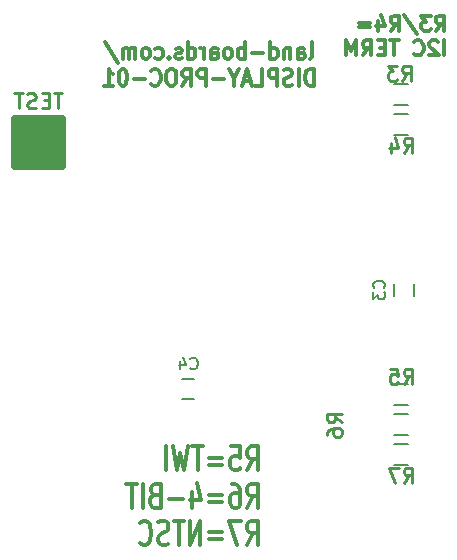
<source format=gbo>
G04 #@! TF.FileFunction,Legend,Bot*
%FSLAX46Y46*%
G04 Gerber Fmt 4.6, Leading zero omitted, Abs format (unit mm)*
G04 Created by KiCad (PCBNEW (after 2015-mar-04 BZR unknown)-product) date 11/9/2016 1:13:21 PM*
%MOMM*%
G01*
G04 APERTURE LIST*
%ADD10C,0.150000*%
%ADD11C,0.304800*%
%ADD12C,0.650000*%
%ADD13C,0.254000*%
G04 APERTURE END LIST*
D10*
D11*
X192646905Y-82464124D02*
X193070238Y-81859362D01*
X193372619Y-82464124D02*
X193372619Y-81194124D01*
X192888810Y-81194124D01*
X192767857Y-81254600D01*
X192707381Y-81315076D01*
X192646905Y-81436029D01*
X192646905Y-81617457D01*
X192707381Y-81738410D01*
X192767857Y-81798886D01*
X192888810Y-81859362D01*
X193372619Y-81859362D01*
X192223571Y-81194124D02*
X191437381Y-81194124D01*
X191860714Y-81677933D01*
X191679286Y-81677933D01*
X191558333Y-81738410D01*
X191497857Y-81798886D01*
X191437381Y-81919838D01*
X191437381Y-82222219D01*
X191497857Y-82343171D01*
X191558333Y-82403648D01*
X191679286Y-82464124D01*
X192042143Y-82464124D01*
X192163095Y-82403648D01*
X192223571Y-82343171D01*
X189985952Y-81133648D02*
X191074524Y-82766505D01*
X188836905Y-82464124D02*
X189260238Y-81859362D01*
X189562619Y-82464124D02*
X189562619Y-81194124D01*
X189078810Y-81194124D01*
X188957857Y-81254600D01*
X188897381Y-81315076D01*
X188836905Y-81436029D01*
X188836905Y-81617457D01*
X188897381Y-81738410D01*
X188957857Y-81798886D01*
X189078810Y-81859362D01*
X189562619Y-81859362D01*
X187748333Y-81617457D02*
X187748333Y-82464124D01*
X188050714Y-81133648D02*
X188353095Y-82040790D01*
X187566905Y-82040790D01*
X187083095Y-81798886D02*
X186115476Y-81798886D01*
X186115476Y-82161743D02*
X187083095Y-82161743D01*
X193372619Y-84546924D02*
X193372619Y-83276924D01*
X192828333Y-83397876D02*
X192767857Y-83337400D01*
X192646905Y-83276924D01*
X192344524Y-83276924D01*
X192223571Y-83337400D01*
X192163095Y-83397876D01*
X192102619Y-83518829D01*
X192102619Y-83639781D01*
X192163095Y-83821210D01*
X192888809Y-84546924D01*
X192102619Y-84546924D01*
X190832619Y-84425971D02*
X190893095Y-84486448D01*
X191074524Y-84546924D01*
X191195476Y-84546924D01*
X191376904Y-84486448D01*
X191497857Y-84365495D01*
X191558333Y-84244543D01*
X191618809Y-84002638D01*
X191618809Y-83821210D01*
X191558333Y-83579305D01*
X191497857Y-83458352D01*
X191376904Y-83337400D01*
X191195476Y-83276924D01*
X191074524Y-83276924D01*
X190893095Y-83337400D01*
X190832619Y-83397876D01*
X189502143Y-83276924D02*
X188776428Y-83276924D01*
X189139285Y-84546924D02*
X189139285Y-83276924D01*
X188353095Y-83881686D02*
X187929762Y-83881686D01*
X187748333Y-84546924D02*
X188353095Y-84546924D01*
X188353095Y-83276924D01*
X187748333Y-83276924D01*
X186478333Y-84546924D02*
X186901666Y-83942162D01*
X187204047Y-84546924D02*
X187204047Y-83276924D01*
X186720238Y-83276924D01*
X186599285Y-83337400D01*
X186538809Y-83397876D01*
X186478333Y-83518829D01*
X186478333Y-83700257D01*
X186538809Y-83821210D01*
X186599285Y-83881686D01*
X186720238Y-83942162D01*
X187204047Y-83942162D01*
X185934047Y-84546924D02*
X185934047Y-83276924D01*
X185510714Y-84184067D01*
X185087380Y-83276924D01*
X185087380Y-84546924D01*
X176693286Y-119689638D02*
X177201286Y-118722019D01*
X177564143Y-119689638D02*
X177564143Y-117657638D01*
X176983571Y-117657638D01*
X176838429Y-117754400D01*
X176765857Y-117851162D01*
X176693286Y-118044686D01*
X176693286Y-118334971D01*
X176765857Y-118528495D01*
X176838429Y-118625257D01*
X176983571Y-118722019D01*
X177564143Y-118722019D01*
X175314429Y-117657638D02*
X176040143Y-117657638D01*
X176112714Y-118625257D01*
X176040143Y-118528495D01*
X175895000Y-118431733D01*
X175532143Y-118431733D01*
X175387000Y-118528495D01*
X175314429Y-118625257D01*
X175241857Y-118818781D01*
X175241857Y-119302590D01*
X175314429Y-119496114D01*
X175387000Y-119592876D01*
X175532143Y-119689638D01*
X175895000Y-119689638D01*
X176040143Y-119592876D01*
X176112714Y-119496114D01*
X174588714Y-118625257D02*
X173427571Y-118625257D01*
X173427571Y-119205829D02*
X174588714Y-119205829D01*
X172919571Y-117657638D02*
X172048714Y-117657638D01*
X172484143Y-119689638D02*
X172484143Y-117657638D01*
X171685857Y-117657638D02*
X171323000Y-119689638D01*
X171032714Y-118238210D01*
X170742428Y-119689638D01*
X170379571Y-117657638D01*
X169799000Y-119689638D02*
X169799000Y-117657638D01*
X176693286Y-122839238D02*
X177201286Y-121871619D01*
X177564143Y-122839238D02*
X177564143Y-120807238D01*
X176983571Y-120807238D01*
X176838429Y-120904000D01*
X176765857Y-121000762D01*
X176693286Y-121194286D01*
X176693286Y-121484571D01*
X176765857Y-121678095D01*
X176838429Y-121774857D01*
X176983571Y-121871619D01*
X177564143Y-121871619D01*
X175387000Y-120807238D02*
X175677286Y-120807238D01*
X175822429Y-120904000D01*
X175895000Y-121000762D01*
X176040143Y-121291048D01*
X176112714Y-121678095D01*
X176112714Y-122452190D01*
X176040143Y-122645714D01*
X175967571Y-122742476D01*
X175822429Y-122839238D01*
X175532143Y-122839238D01*
X175387000Y-122742476D01*
X175314429Y-122645714D01*
X175241857Y-122452190D01*
X175241857Y-121968381D01*
X175314429Y-121774857D01*
X175387000Y-121678095D01*
X175532143Y-121581333D01*
X175822429Y-121581333D01*
X175967571Y-121678095D01*
X176040143Y-121774857D01*
X176112714Y-121968381D01*
X174588714Y-121774857D02*
X173427571Y-121774857D01*
X173427571Y-122355429D02*
X174588714Y-122355429D01*
X172048714Y-121484571D02*
X172048714Y-122839238D01*
X172411571Y-120710476D02*
X172774428Y-122161905D01*
X171831000Y-122161905D01*
X171250428Y-122065143D02*
X170089285Y-122065143D01*
X168855571Y-121774857D02*
X168637857Y-121871619D01*
X168565285Y-121968381D01*
X168492714Y-122161905D01*
X168492714Y-122452190D01*
X168565285Y-122645714D01*
X168637857Y-122742476D01*
X168782999Y-122839238D01*
X169363571Y-122839238D01*
X169363571Y-120807238D01*
X168855571Y-120807238D01*
X168710428Y-120904000D01*
X168637857Y-121000762D01*
X168565285Y-121194286D01*
X168565285Y-121387810D01*
X168637857Y-121581333D01*
X168710428Y-121678095D01*
X168855571Y-121774857D01*
X169363571Y-121774857D01*
X167839571Y-122839238D02*
X167839571Y-120807238D01*
X167331571Y-120807238D02*
X166460714Y-120807238D01*
X166896143Y-122839238D02*
X166896143Y-120807238D01*
X176693286Y-125988838D02*
X177201286Y-125021219D01*
X177564143Y-125988838D02*
X177564143Y-123956838D01*
X176983571Y-123956838D01*
X176838429Y-124053600D01*
X176765857Y-124150362D01*
X176693286Y-124343886D01*
X176693286Y-124634171D01*
X176765857Y-124827695D01*
X176838429Y-124924457D01*
X176983571Y-125021219D01*
X177564143Y-125021219D01*
X176185286Y-123956838D02*
X175169286Y-123956838D01*
X175822429Y-125988838D01*
X174588714Y-124924457D02*
X173427571Y-124924457D01*
X173427571Y-125505029D02*
X174588714Y-125505029D01*
X172701857Y-125988838D02*
X172701857Y-123956838D01*
X171831000Y-125988838D01*
X171831000Y-123956838D01*
X171323000Y-123956838D02*
X170452143Y-123956838D01*
X170887572Y-125988838D02*
X170887572Y-123956838D01*
X170016714Y-125892076D02*
X169799000Y-125988838D01*
X169436143Y-125988838D01*
X169291000Y-125892076D01*
X169218429Y-125795314D01*
X169145857Y-125601790D01*
X169145857Y-125408267D01*
X169218429Y-125214743D01*
X169291000Y-125117981D01*
X169436143Y-125021219D01*
X169726429Y-124924457D01*
X169871571Y-124827695D01*
X169944143Y-124730933D01*
X170016714Y-124537410D01*
X170016714Y-124343886D01*
X169944143Y-124150362D01*
X169871571Y-124053600D01*
X169726429Y-123956838D01*
X169363571Y-123956838D01*
X169145857Y-124053600D01*
X167621857Y-125795314D02*
X167694428Y-125892076D01*
X167912142Y-125988838D01*
X168057285Y-125988838D01*
X168275000Y-125892076D01*
X168420142Y-125698552D01*
X168492714Y-125505029D01*
X168565285Y-125117981D01*
X168565285Y-124827695D01*
X168492714Y-124440648D01*
X168420142Y-124247124D01*
X168275000Y-124053600D01*
X168057285Y-123956838D01*
X167912142Y-123956838D01*
X167694428Y-124053600D01*
X167621857Y-124150362D01*
X181978905Y-84845676D02*
X182099858Y-84779152D01*
X182160334Y-84646105D01*
X182160334Y-83448676D01*
X180950810Y-84845676D02*
X180950810Y-84113914D01*
X181011287Y-83980867D01*
X181132239Y-83914343D01*
X181374144Y-83914343D01*
X181495096Y-83980867D01*
X180950810Y-84779152D02*
X181071763Y-84845676D01*
X181374144Y-84845676D01*
X181495096Y-84779152D01*
X181555572Y-84646105D01*
X181555572Y-84513057D01*
X181495096Y-84380010D01*
X181374144Y-84313486D01*
X181071763Y-84313486D01*
X180950810Y-84246962D01*
X180346048Y-83914343D02*
X180346048Y-84845676D01*
X180346048Y-84047390D02*
X180285572Y-83980867D01*
X180164619Y-83914343D01*
X179983191Y-83914343D01*
X179862239Y-83980867D01*
X179801762Y-84113914D01*
X179801762Y-84845676D01*
X178652714Y-84845676D02*
X178652714Y-83448676D01*
X178652714Y-84779152D02*
X178773667Y-84845676D01*
X179015571Y-84845676D01*
X179136524Y-84779152D01*
X179197000Y-84712629D01*
X179257476Y-84579581D01*
X179257476Y-84180438D01*
X179197000Y-84047390D01*
X179136524Y-83980867D01*
X179015571Y-83914343D01*
X178773667Y-83914343D01*
X178652714Y-83980867D01*
X178047952Y-84313486D02*
X177080333Y-84313486D01*
X176475571Y-84845676D02*
X176475571Y-83448676D01*
X176475571Y-83980867D02*
X176354619Y-83914343D01*
X176112714Y-83914343D01*
X175991762Y-83980867D01*
X175931285Y-84047390D01*
X175870809Y-84180438D01*
X175870809Y-84579581D01*
X175931285Y-84712629D01*
X175991762Y-84779152D01*
X176112714Y-84845676D01*
X176354619Y-84845676D01*
X176475571Y-84779152D01*
X175145094Y-84845676D02*
X175266047Y-84779152D01*
X175326523Y-84712629D01*
X175386999Y-84579581D01*
X175386999Y-84180438D01*
X175326523Y-84047390D01*
X175266047Y-83980867D01*
X175145094Y-83914343D01*
X174963666Y-83914343D01*
X174842714Y-83980867D01*
X174782237Y-84047390D01*
X174721761Y-84180438D01*
X174721761Y-84579581D01*
X174782237Y-84712629D01*
X174842714Y-84779152D01*
X174963666Y-84845676D01*
X175145094Y-84845676D01*
X173633189Y-84845676D02*
X173633189Y-84113914D01*
X173693666Y-83980867D01*
X173814618Y-83914343D01*
X174056523Y-83914343D01*
X174177475Y-83980867D01*
X173633189Y-84779152D02*
X173754142Y-84845676D01*
X174056523Y-84845676D01*
X174177475Y-84779152D01*
X174237951Y-84646105D01*
X174237951Y-84513057D01*
X174177475Y-84380010D01*
X174056523Y-84313486D01*
X173754142Y-84313486D01*
X173633189Y-84246962D01*
X173028427Y-84845676D02*
X173028427Y-83914343D01*
X173028427Y-84180438D02*
X172967951Y-84047390D01*
X172907475Y-83980867D01*
X172786522Y-83914343D01*
X172665570Y-83914343D01*
X171697951Y-84845676D02*
X171697951Y-83448676D01*
X171697951Y-84779152D02*
X171818904Y-84845676D01*
X172060808Y-84845676D01*
X172181761Y-84779152D01*
X172242237Y-84712629D01*
X172302713Y-84579581D01*
X172302713Y-84180438D01*
X172242237Y-84047390D01*
X172181761Y-83980867D01*
X172060808Y-83914343D01*
X171818904Y-83914343D01*
X171697951Y-83980867D01*
X171153665Y-84779152D02*
X171032713Y-84845676D01*
X170790808Y-84845676D01*
X170669856Y-84779152D01*
X170609380Y-84646105D01*
X170609380Y-84579581D01*
X170669856Y-84446533D01*
X170790808Y-84380010D01*
X170972237Y-84380010D01*
X171093189Y-84313486D01*
X171153665Y-84180438D01*
X171153665Y-84113914D01*
X171093189Y-83980867D01*
X170972237Y-83914343D01*
X170790808Y-83914343D01*
X170669856Y-83980867D01*
X170065094Y-84712629D02*
X170004618Y-84779152D01*
X170065094Y-84845676D01*
X170125570Y-84779152D01*
X170065094Y-84712629D01*
X170065094Y-84845676D01*
X168916046Y-84779152D02*
X169036999Y-84845676D01*
X169278903Y-84845676D01*
X169399856Y-84779152D01*
X169460332Y-84712629D01*
X169520808Y-84579581D01*
X169520808Y-84180438D01*
X169460332Y-84047390D01*
X169399856Y-83980867D01*
X169278903Y-83914343D01*
X169036999Y-83914343D01*
X168916046Y-83980867D01*
X168190332Y-84845676D02*
X168311285Y-84779152D01*
X168371761Y-84712629D01*
X168432237Y-84579581D01*
X168432237Y-84180438D01*
X168371761Y-84047390D01*
X168311285Y-83980867D01*
X168190332Y-83914343D01*
X168008904Y-83914343D01*
X167887952Y-83980867D01*
X167827475Y-84047390D01*
X167766999Y-84180438D01*
X167766999Y-84579581D01*
X167827475Y-84712629D01*
X167887952Y-84779152D01*
X168008904Y-84845676D01*
X168190332Y-84845676D01*
X167222713Y-84845676D02*
X167222713Y-83914343D01*
X167222713Y-84047390D02*
X167162237Y-83980867D01*
X167041284Y-83914343D01*
X166859856Y-83914343D01*
X166738904Y-83980867D01*
X166678427Y-84113914D01*
X166678427Y-84845676D01*
X166678427Y-84113914D02*
X166617951Y-83980867D01*
X166496999Y-83914343D01*
X166315570Y-83914343D01*
X166194618Y-83980867D01*
X166134142Y-84113914D01*
X166134142Y-84845676D01*
X164622237Y-83382152D02*
X165710809Y-85178295D01*
X182311523Y-87106276D02*
X182311523Y-85709276D01*
X182009142Y-85709276D01*
X181827714Y-85775800D01*
X181706761Y-85908848D01*
X181646285Y-86041895D01*
X181585809Y-86307990D01*
X181585809Y-86507562D01*
X181646285Y-86773657D01*
X181706761Y-86906705D01*
X181827714Y-87039752D01*
X182009142Y-87106276D01*
X182311523Y-87106276D01*
X181041523Y-87106276D02*
X181041523Y-85709276D01*
X180497237Y-87039752D02*
X180315809Y-87106276D01*
X180013428Y-87106276D01*
X179892475Y-87039752D01*
X179831999Y-86973229D01*
X179771523Y-86840181D01*
X179771523Y-86707133D01*
X179831999Y-86574086D01*
X179892475Y-86507562D01*
X180013428Y-86441038D01*
X180255332Y-86374514D01*
X180376285Y-86307990D01*
X180436761Y-86241467D01*
X180497237Y-86108419D01*
X180497237Y-85975371D01*
X180436761Y-85842324D01*
X180376285Y-85775800D01*
X180255332Y-85709276D01*
X179952952Y-85709276D01*
X179771523Y-85775800D01*
X179227237Y-87106276D02*
X179227237Y-85709276D01*
X178743428Y-85709276D01*
X178622475Y-85775800D01*
X178561999Y-85842324D01*
X178501523Y-85975371D01*
X178501523Y-86174943D01*
X178561999Y-86307990D01*
X178622475Y-86374514D01*
X178743428Y-86441038D01*
X179227237Y-86441038D01*
X177352475Y-87106276D02*
X177957237Y-87106276D01*
X177957237Y-85709276D01*
X176989618Y-86707133D02*
X176384856Y-86707133D01*
X177110571Y-87106276D02*
X176687237Y-85709276D01*
X176263904Y-87106276D01*
X175598666Y-86441038D02*
X175598666Y-87106276D01*
X176022000Y-85709276D02*
X175598666Y-86441038D01*
X175175333Y-85709276D01*
X174752000Y-86574086D02*
X173784381Y-86574086D01*
X173179619Y-87106276D02*
X173179619Y-85709276D01*
X172695810Y-85709276D01*
X172574857Y-85775800D01*
X172514381Y-85842324D01*
X172453905Y-85975371D01*
X172453905Y-86174943D01*
X172514381Y-86307990D01*
X172574857Y-86374514D01*
X172695810Y-86441038D01*
X173179619Y-86441038D01*
X171183905Y-87106276D02*
X171607238Y-86441038D01*
X171909619Y-87106276D02*
X171909619Y-85709276D01*
X171425810Y-85709276D01*
X171304857Y-85775800D01*
X171244381Y-85842324D01*
X171183905Y-85975371D01*
X171183905Y-86174943D01*
X171244381Y-86307990D01*
X171304857Y-86374514D01*
X171425810Y-86441038D01*
X171909619Y-86441038D01*
X170397714Y-85709276D02*
X170155810Y-85709276D01*
X170034857Y-85775800D01*
X169913905Y-85908848D01*
X169853429Y-86174943D01*
X169853429Y-86640610D01*
X169913905Y-86906705D01*
X170034857Y-87039752D01*
X170155810Y-87106276D01*
X170397714Y-87106276D01*
X170518667Y-87039752D01*
X170639619Y-86906705D01*
X170700095Y-86640610D01*
X170700095Y-86174943D01*
X170639619Y-85908848D01*
X170518667Y-85775800D01*
X170397714Y-85709276D01*
X168583429Y-86973229D02*
X168643905Y-87039752D01*
X168825334Y-87106276D01*
X168946286Y-87106276D01*
X169127714Y-87039752D01*
X169248667Y-86906705D01*
X169309143Y-86773657D01*
X169369619Y-86507562D01*
X169369619Y-86307990D01*
X169309143Y-86041895D01*
X169248667Y-85908848D01*
X169127714Y-85775800D01*
X168946286Y-85709276D01*
X168825334Y-85709276D01*
X168643905Y-85775800D01*
X168583429Y-85842324D01*
X168039143Y-86574086D02*
X167071524Y-86574086D01*
X166224857Y-85709276D02*
X166103905Y-85709276D01*
X165982953Y-85775800D01*
X165922476Y-85842324D01*
X165862000Y-85975371D01*
X165801524Y-86241467D01*
X165801524Y-86574086D01*
X165862000Y-86840181D01*
X165922476Y-86973229D01*
X165982953Y-87039752D01*
X166103905Y-87106276D01*
X166224857Y-87106276D01*
X166345810Y-87039752D01*
X166406286Y-86973229D01*
X166466762Y-86840181D01*
X166527238Y-86574086D01*
X166527238Y-86241467D01*
X166466762Y-85975371D01*
X166406286Y-85842324D01*
X166345810Y-85775800D01*
X166224857Y-85709276D01*
X164592000Y-87106276D02*
X165317714Y-87106276D01*
X164954857Y-87106276D02*
X164954857Y-85709276D01*
X165075809Y-85908848D01*
X165196762Y-86041895D01*
X165317714Y-86108419D01*
D10*
X190338000Y-112409000D02*
X189138000Y-112409000D01*
X189138000Y-114159000D02*
X190338000Y-114159000D01*
X190338000Y-114949000D02*
X189138000Y-114949000D01*
X189138000Y-116699000D02*
X190338000Y-116699000D01*
X190338000Y-117489000D02*
X189138000Y-117489000D01*
X189138000Y-119239000D02*
X190338000Y-119239000D01*
D12*
X157004000Y-89948000D02*
X161004000Y-89948000D01*
X161004000Y-89948000D02*
X161004000Y-93948000D01*
X161004000Y-93948000D02*
X157004000Y-93948000D01*
X157004000Y-93948000D02*
X157004000Y-89948000D01*
X157004000Y-89948000D02*
X157004000Y-90448000D01*
X157004000Y-90448000D02*
X161004000Y-90448000D01*
X161004000Y-90448000D02*
X161004000Y-90948000D01*
X161004000Y-90948000D02*
X157004000Y-90948000D01*
X157004000Y-90948000D02*
X157004000Y-91448000D01*
X157004000Y-91448000D02*
X161004000Y-91448000D01*
X161004000Y-91448000D02*
X161004000Y-91948000D01*
X161004000Y-91948000D02*
X157004000Y-91948000D01*
X157004000Y-91948000D02*
X157004000Y-92448000D01*
X157004000Y-92448000D02*
X160504000Y-92448000D01*
X160504000Y-92448000D02*
X161004000Y-92448000D01*
X161004000Y-92448000D02*
X161004000Y-92948000D01*
X161004000Y-92948000D02*
X157004000Y-92948000D01*
X157004000Y-92948000D02*
X157004000Y-93448000D01*
X157004000Y-93448000D02*
X161004000Y-93448000D01*
D10*
X189138000Y-91299000D02*
X190338000Y-91299000D01*
X190338000Y-89549000D02*
X189138000Y-89549000D01*
X190338000Y-87009000D02*
X189138000Y-87009000D01*
X189138000Y-88759000D02*
X190338000Y-88759000D01*
X189142000Y-104894000D02*
X189142000Y-103894000D01*
X190842000Y-103894000D02*
X190842000Y-104894000D01*
X171204000Y-111926000D02*
X172204000Y-111926000D01*
X172204000Y-113626000D02*
X171204000Y-113626000D01*
D13*
X189949667Y-112334524D02*
X190373000Y-111729762D01*
X190675381Y-112334524D02*
X190675381Y-111064524D01*
X190191572Y-111064524D01*
X190070619Y-111125000D01*
X190010143Y-111185476D01*
X189949667Y-111306429D01*
X189949667Y-111487857D01*
X190010143Y-111608810D01*
X190070619Y-111669286D01*
X190191572Y-111729762D01*
X190675381Y-111729762D01*
X188800619Y-111064524D02*
X189405381Y-111064524D01*
X189465857Y-111669286D01*
X189405381Y-111608810D01*
X189284429Y-111548333D01*
X188982048Y-111548333D01*
X188861095Y-111608810D01*
X188800619Y-111669286D01*
X188740143Y-111790238D01*
X188740143Y-112092619D01*
X188800619Y-112213571D01*
X188861095Y-112274048D01*
X188982048Y-112334524D01*
X189284429Y-112334524D01*
X189405381Y-112274048D01*
X189465857Y-112213571D01*
X184724524Y-115612333D02*
X184119762Y-115189000D01*
X184724524Y-114886619D02*
X183454524Y-114886619D01*
X183454524Y-115370428D01*
X183515000Y-115491381D01*
X183575476Y-115551857D01*
X183696429Y-115612333D01*
X183877857Y-115612333D01*
X183998810Y-115551857D01*
X184059286Y-115491381D01*
X184119762Y-115370428D01*
X184119762Y-114886619D01*
X183454524Y-116700905D02*
X183454524Y-116459000D01*
X183515000Y-116338048D01*
X183575476Y-116277571D01*
X183756905Y-116156619D01*
X183998810Y-116096143D01*
X184482619Y-116096143D01*
X184603571Y-116156619D01*
X184664048Y-116217095D01*
X184724524Y-116338048D01*
X184724524Y-116579952D01*
X184664048Y-116700905D01*
X184603571Y-116761381D01*
X184482619Y-116821857D01*
X184180238Y-116821857D01*
X184059286Y-116761381D01*
X183998810Y-116700905D01*
X183938333Y-116579952D01*
X183938333Y-116338048D01*
X183998810Y-116217095D01*
X184059286Y-116156619D01*
X184180238Y-116096143D01*
X189949667Y-120716524D02*
X190373000Y-120111762D01*
X190675381Y-120716524D02*
X190675381Y-119446524D01*
X190191572Y-119446524D01*
X190070619Y-119507000D01*
X190010143Y-119567476D01*
X189949667Y-119688429D01*
X189949667Y-119869857D01*
X190010143Y-119990810D01*
X190070619Y-120051286D01*
X190191572Y-120111762D01*
X190675381Y-120111762D01*
X189526333Y-119446524D02*
X188679667Y-119446524D01*
X189223952Y-120716524D01*
X161029953Y-87752524D02*
X160304238Y-87752524D01*
X160667095Y-89022524D02*
X160667095Y-87752524D01*
X159880905Y-88357286D02*
X159457572Y-88357286D01*
X159276143Y-89022524D02*
X159880905Y-89022524D01*
X159880905Y-87752524D01*
X159276143Y-87752524D01*
X158792333Y-88962048D02*
X158610905Y-89022524D01*
X158308524Y-89022524D01*
X158187571Y-88962048D01*
X158127095Y-88901571D01*
X158066619Y-88780619D01*
X158066619Y-88659667D01*
X158127095Y-88538714D01*
X158187571Y-88478238D01*
X158308524Y-88417762D01*
X158550428Y-88357286D01*
X158671381Y-88296810D01*
X158731857Y-88236333D01*
X158792333Y-88115381D01*
X158792333Y-87994429D01*
X158731857Y-87873476D01*
X158671381Y-87813000D01*
X158550428Y-87752524D01*
X158248048Y-87752524D01*
X158066619Y-87813000D01*
X157703762Y-87752524D02*
X156978047Y-87752524D01*
X157340904Y-89022524D02*
X157340904Y-87752524D01*
X189949667Y-92776524D02*
X190373000Y-92171762D01*
X190675381Y-92776524D02*
X190675381Y-91506524D01*
X190191572Y-91506524D01*
X190070619Y-91567000D01*
X190010143Y-91627476D01*
X189949667Y-91748429D01*
X189949667Y-91929857D01*
X190010143Y-92050810D01*
X190070619Y-92111286D01*
X190191572Y-92171762D01*
X190675381Y-92171762D01*
X188861095Y-91929857D02*
X188861095Y-92776524D01*
X189163476Y-91446048D02*
X189465857Y-92353190D01*
X188679667Y-92353190D01*
X189822667Y-86680524D02*
X190246000Y-86075762D01*
X190548381Y-86680524D02*
X190548381Y-85410524D01*
X190064572Y-85410524D01*
X189943619Y-85471000D01*
X189883143Y-85531476D01*
X189822667Y-85652429D01*
X189822667Y-85833857D01*
X189883143Y-85954810D01*
X189943619Y-86015286D01*
X190064572Y-86075762D01*
X190548381Y-86075762D01*
X189399333Y-85410524D02*
X188613143Y-85410524D01*
X189036476Y-85894333D01*
X188855048Y-85894333D01*
X188734095Y-85954810D01*
X188673619Y-86015286D01*
X188613143Y-86136238D01*
X188613143Y-86438619D01*
X188673619Y-86559571D01*
X188734095Y-86620048D01*
X188855048Y-86680524D01*
X189217905Y-86680524D01*
X189338857Y-86620048D01*
X189399333Y-86559571D01*
D10*
X188249143Y-104227334D02*
X188296762Y-104179715D01*
X188344381Y-104036858D01*
X188344381Y-103941620D01*
X188296762Y-103798762D01*
X188201524Y-103703524D01*
X188106286Y-103655905D01*
X187915810Y-103608286D01*
X187772952Y-103608286D01*
X187582476Y-103655905D01*
X187487238Y-103703524D01*
X187392000Y-103798762D01*
X187344381Y-103941620D01*
X187344381Y-104036858D01*
X187392000Y-104179715D01*
X187439619Y-104227334D01*
X187344381Y-104560667D02*
X187344381Y-105179715D01*
X187725333Y-104846381D01*
X187725333Y-104989239D01*
X187772952Y-105084477D01*
X187820571Y-105132096D01*
X187915810Y-105179715D01*
X188153905Y-105179715D01*
X188249143Y-105132096D01*
X188296762Y-105084477D01*
X188344381Y-104989239D01*
X188344381Y-104703524D01*
X188296762Y-104608286D01*
X188249143Y-104560667D01*
X171870666Y-111033143D02*
X171918285Y-111080762D01*
X172061142Y-111128381D01*
X172156380Y-111128381D01*
X172299238Y-111080762D01*
X172394476Y-110985524D01*
X172442095Y-110890286D01*
X172489714Y-110699810D01*
X172489714Y-110556952D01*
X172442095Y-110366476D01*
X172394476Y-110271238D01*
X172299238Y-110176000D01*
X172156380Y-110128381D01*
X172061142Y-110128381D01*
X171918285Y-110176000D01*
X171870666Y-110223619D01*
X171013523Y-110461714D02*
X171013523Y-111128381D01*
X171251619Y-110080762D02*
X171489714Y-110795048D01*
X170870666Y-110795048D01*
M02*

</source>
